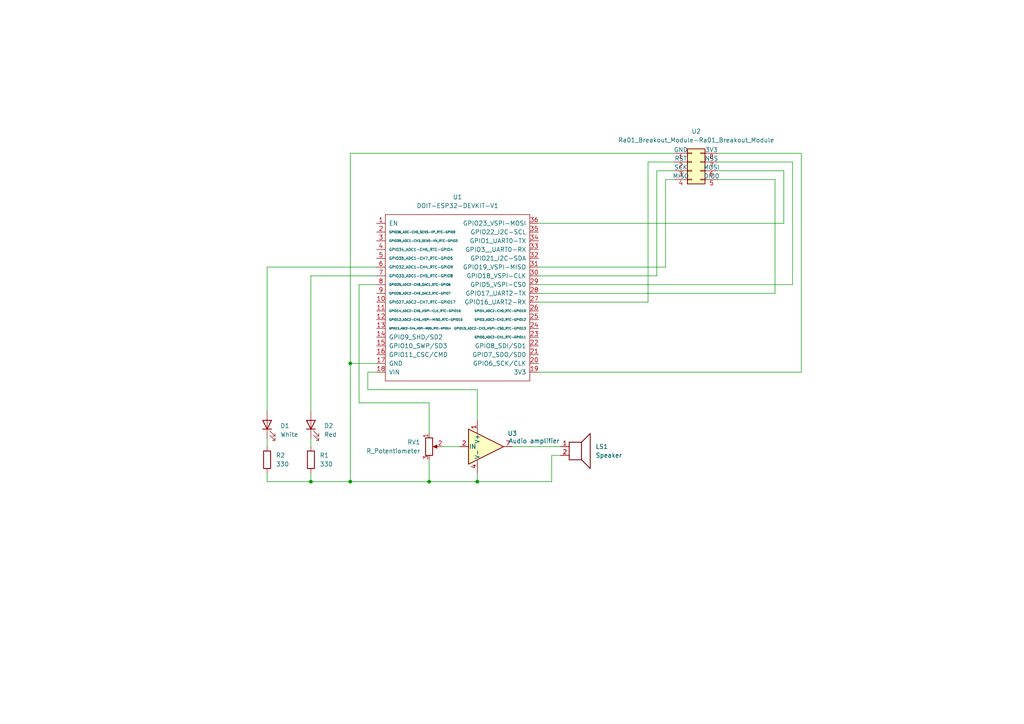
<source format=kicad_sch>
(kicad_sch (version 20230121) (generator eeschema)
  (paper "A4")
  (title_block (title "Farm Base Station Schematic") (date "2023-08-14") (company "Jotham Gates") (comment 1 "Originally made as part of a FIT3146 project.") (comment 2 "https://github.com/jgOhYeah/FarmBaseStation"))
  (lib_symbols
    (symbol "Amplifier_Buffer:EL2001CN" (pin_names (offset 0.127))
      (property "Reference" "U" (at 7.62 5.08 0))
      (property "Value" "EL2001CN" (at 7.62 2.54 0))
      (symbol "EL2001CN_0_1"
        (polyline (pts (xy 5.08 0) (xy -5.08 5.08) (xy -5.08 -5.08) (xy 5.08 0)) (stroke (width 0.254)) (fill (type background)))
      )
      (symbol "EL2001CN_1_1"
        (pin power_in line (at -2.54 7.62 270) (length 3.81) (name "V+") (number "1"))
        (pin input line (at -7.62 0 0) (length 2.54) (name "IN") (number "2"))
        (pin no_connect line (at -5.08 2.54 0) (length 2.54) hide (name "NC") (number "3"))
        (pin power_in line (at -2.54 -7.62 90) (length 3.81) (name "V-") (number "4"))
        (pin no_connect line (at -5.08 -2.54 0) (length 2.54) hide (name "NC") (number "5"))
        (pin no_connect line (at -5.08 -5.08 0) (length 2.54) hide (name "NC") (number "6"))
        (pin output line (at 7.62 0 180) (length 2.54) (name "~") (number "7"))
        (pin no_connect line (at -5.08 5.08 0) (length 2.54) hide (name "NC") (number "8"))
      )
    )
    (symbol "Device:LED" (pin_numbers hide) (pin_names (offset 1.016) hide)
      (property "Reference" "D" (at 0 2.54 0))
      (property "Value" "LED" (at 0 -2.54 0))
      (symbol "LED_0_1"
        (polyline (pts (xy -1.27 -1.27) (xy -1.27 1.27)) (stroke (width 0.254)))
        (polyline (pts (xy -1.27 0) (xy 1.27 0)))
        (polyline (pts (xy 1.27 -1.27) (xy 1.27 1.27) (xy -1.27 0) (xy 1.27 -1.27)) (stroke (width 0.254)))
        (polyline (pts (xy -3.048 -0.762) (xy -4.572 -2.286) (xy -3.81 -2.286) (xy -4.572 -2.286) (xy -4.572 -1.524)))
        (polyline (pts (xy -1.778 -0.762) (xy -3.302 -2.286) (xy -2.54 -2.286) (xy -3.302 -2.286) (xy -3.302 -1.524)))
      )
      (symbol "LED_1_1"
        (pin passive line (at -3.81 0 0) (length 2.54) (name "K") (number "1"))
        (pin passive line (at 3.81 0 180) (length 2.54) (name "A") (number "2"))
      )
    )
    (symbol "Device:R" (pin_numbers hide) (pin_names (offset 0))
      (property "Reference" "R" (at 2.032 0 90))
      (property "Value" "R" (at 0 0 90))
      (symbol "R_0_1"
        (rectangle (start -1.016 -2.54) (end 1.016 2.54) (stroke (width 0.254)))
      )
      (symbol "R_1_1"
        (pin passive line (at 0 3.81 270) (length 1.27) (name "~") (number "1"))
        (pin passive line (at 0 -3.81 90) (length 1.27) (name "~") (number "2"))
      )
    )
    (symbol "Device:R_Potentiometer" (pin_names (offset 1.016) hide)
      (property "Reference" "RV" (at -4.445 0 90))
      (property "Value" "R_Potentiometer" (at -2.54 0 90))
      (symbol "R_Potentiometer_0_1"
        (polyline (pts (xy 2.54 0) (xy 1.524 0)))
        (polyline (pts (xy 1.143 0) (xy 2.286 0.508) (xy 2.286 -0.508) (xy 1.143 0)) (fill (type outline)))
        (rectangle (start 1.016 2.54) (end -1.016 -2.54) (stroke (width 0.254)))
      )
      (symbol "R_Potentiometer_1_1"
        (pin passive line (at 0 3.81 270) (length 1.27) (name "1") (number "1"))
        (pin passive line (at 3.81 0 180) (length 1.27) (name "2") (number "2"))
        (pin passive line (at 0 -3.81 90) (length 1.27) (name "3") (number "3"))
      )
    )
    (symbol "Device:Speaker" (pin_names (offset 0) hide)
      (property "Reference" "LS" (at 1.27 5.715 0))
      (property "Value" "Speaker" (at 1.27 3.81 0))
      (symbol "Speaker_0_0"
        (rectangle (start -2.54 1.27) (end 1.016 -3.81) (stroke (width 0.254)))
        (polyline (pts (xy 1.016 1.27) (xy 3.556 3.81) (xy 3.556 -6.35) (xy 1.016 -3.81)) (stroke (width 0.254)))
      )
      (symbol "Speaker_1_1"
        (pin input line (at -5.08 0 0) (length 2.54) (name "1") (number "1"))
        (pin input line (at -5.08 -2.54 0) (length 2.54) (name "2") (number "2"))
      )
    )
    (symbol "PumpMonitorRescue:Ra01_Breakout_Module-Ra01_Breakout_Module" (pin_names (offset 0))
      (property "Reference" "U" (at 1.27 5.08 0))
      (property "Value" "Ra01_Breakout_Module-Ra01_Breakout_Module" (at 1.27 -7.62 0))
      (symbol "Ra01_Breakout_Module-Ra01_Breakout_Module_1_1"
        (rectangle (start -1.27 -4.953) (end 0 -5.207) (stroke (width 0.1524)))
        (rectangle (start -1.27 -2.413) (end 0 -2.667) (stroke (width 0.1524)))
        (rectangle (start -1.27 0.127) (end 0 -0.127) (stroke (width 0.1524)))
        (rectangle (start -1.27 2.667) (end 0 2.413) (stroke (width 0.1524)))
        (rectangle (start -1.27 3.81) (end 3.81 -6.35) (stroke (width 0.254)) (fill (type background)))
        (rectangle (start 3.81 -4.953) (end 2.54 -5.207) (stroke (width 0.1524)))
        (rectangle (start 3.81 -2.413) (end 2.54 -2.667) (stroke (width 0.1524)))
        (rectangle (start 3.81 0.127) (end 2.54 -0.127) (stroke (width 0.1524)))
        (rectangle (start 3.81 2.667) (end 2.54 2.413) (stroke (width 0.1524)))
        (pin power_in line (at -5.08 2.54 0) (length 3.81) (name "GND") (number "1"))
        (pin input line (at -5.08 0 0) (length 3.81) (name "RST") (number "2"))
        (pin input line (at -5.08 -2.54 0) (length 3.81) (name "SCK") (number "3"))
        (pin output line (at -5.08 -5.08 0) (length 3.81) (name "MISO") (number "4"))
        (pin bidirectional line (at 7.62 -5.08 180) (length 3.81) (name "DIO0") (number "5"))
        (pin input line (at 7.62 -2.54 180) (length 3.81) (name "MOSI") (number "6"))
        (pin input line (at 7.62 0 180) (length 3.81) (name "NSS") (number "7"))
        (pin power_in line (at 7.62 2.54 180) (length 3.81) (name "3V3") (number "8"))
      )
    )
    (symbol "doit-esp32-devkit-v1:DOIT-ESP32-DEVKIT-V1" (pin_names (offset 1.016))
      (property "Reference" "U" (at -1.27 11.43 0))
      (property "Value" "DOIT-ESP32-DEVKIT-V1" (at 0 13.97 0))
      (symbol "DOIT-ESP32-DEVKIT-V1_0_1"
        (rectangle (start 20.32 10.16) (end -21.59 -38.1))
      )
      (symbol "DOIT-ESP32-DEVKIT-V1_1_1"
        (pin output line (at -24.13 7.62 0) (length 2.54) (name "EN") (number "1"))
        (pin bidirectional line (at -24.13 -15.24 0) (length 2.54) (name "GPIO27_ADC2-CH7_RTC-GPIO17") (number "10"))
        (pin bidirectional line (at -24.13 -17.78 0) (length 2.54) (name "GPIO14_ADC2-CH6_HSPI-CLK_RTC-GPIO16") (number "11"))
        (pin bidirectional line (at -24.13 -20.32 0) (length 2.54) (name "GPIO12_ADC2-CH5_HSPI-MISO_RTC-GPIO15") (number "12"))
        (pin bidirectional line (at -24.13 -22.86 0) (length 2.54) (name "GPIO13_ADC2-CH4_HSPI-MOSI_RTC-GPIO14") (number "13"))
        (pin unspecified line (at -24.13 -25.4 0) (length 2.54) (name "GPIO9_SHD/SD2") (number "14"))
        (pin unspecified line (at -24.13 -27.94 0) (length 2.54) (name "GPIO10_SWP/SD3") (number "15"))
        (pin unspecified line (at -24.13 -30.48 0) (length 2.54) (name "GPIO11_CSC/CMD") (number "16"))
        (pin bidirectional line (at -24.13 -33.02 0) (length 2.54) (name "GND") (number "17"))
        (pin bidirectional line (at -24.13 -35.56 0) (length 2.54) (name "VIN") (number "18"))
        (pin output line (at 22.86 -35.56 180) (length 2.54) (name "3V3") (number "19"))
        (pin bidirectional line (at -24.13 5.08 0) (length 2.54) (name "GPIO36_ADC-CH0_SENS-VP_RTC-GPIO0") (number "2"))
        (pin unspecified line (at 22.86 -33.02 180) (length 2.54) (name "GPIO6_SCK/CLK") (number "20"))
        (pin unspecified line (at 22.86 -30.48 180) (length 2.54) (name "GPIO7_SDO/SD0") (number "21"))
        (pin unspecified line (at 22.86 -27.94 180) (length 2.54) (name "GPIO8_SDI/SD1") (number "22"))
        (pin bidirectional line (at 22.86 -25.4 180) (length 2.54) (name "GPIO0_ADC2-CH1_RTC-GPIO11") (number "23"))
        (pin bidirectional line (at 22.86 -22.86 180) (length 2.54) (name "GPIO15_ADC2-CH3_HSPI-CS0_RTC-GPIO13") (number "24"))
        (pin bidirectional line (at 22.86 -20.32 180) (length 2.54) (name "GPIO2_ADC2-CH2_RTC-GPIO12") (number "25"))
        (pin bidirectional line (at 22.86 -17.78 180) (length 2.54) (name "GPIO4_ADC2-CH0_RTC-GPIO10") (number "26"))
        (pin bidirectional line (at 22.86 -15.24 180) (length 2.54) (name "GPIO16_UART2-RX") (number "27"))
        (pin bidirectional line (at 22.86 -12.7 180) (length 2.54) (name "GPIO17_UART2-TX") (number "28"))
        (pin bidirectional line (at 22.86 -10.16 180) (length 2.54) (name "GPIO5_VSPI-CS0") (number "29"))
        (pin bidirectional line (at -24.13 2.54 0) (length 2.54) (name "GPIO39_ADC1-CH3_SENS-VN_RTC-GPIO3") (number "3"))
        (pin bidirectional line (at 22.86 -7.62 180) (length 2.54) (name "GPIO18_VSPI-CLK") (number "30"))
        (pin bidirectional line (at 22.86 -5.08 180) (length 2.54) (name "GPIO19_VSPI-MISO") (number "31"))
        (pin bidirectional line (at 22.86 -2.54 180) (length 2.54) (name "GPIO21_I2C-SDA") (number "32"))
        (pin bidirectional line (at 22.86 0 180) (length 2.54) (name "GPIO3__UART0-RX") (number "33"))
        (pin bidirectional line (at 22.86 2.54 180) (length 2.54) (name "GPIO1_UART0-TX") (number "34"))
        (pin bidirectional line (at 22.86 5.08 180) (length 2.54) (name "GPIO22_I2C-SCL") (number "35"))
        (pin bidirectional line (at 22.86 7.62 180) (length 2.54) (name "GPIO23_VSPI-MOSI") (number "36"))
        (pin bidirectional line (at -24.13 0 0) (length 2.54) (name "GPIO34_ADC1-CH6_RTC-GPIO4") (number "4"))
        (pin bidirectional line (at -24.13 -2.54 0) (length 2.54) (name "GPIO35_ADC1-CH7_RTC-GPIO5") (number "5"))
        (pin bidirectional line (at -24.13 -5.08 0) (length 2.54) (name "GPIO32_ADC1-CH4_RTC-GPIO9") (number "6"))
        (pin bidirectional line (at -24.13 -7.62 0) (length 2.54) (name "GPIO33_ADC1-CH5_RTC-GPIO8") (number "7"))
        (pin bidirectional line (at -24.13 -10.16 0) (length 2.54) (name "GPIO25_ADC2-CH8_DAC1_RTC-GPIO6") (number "8"))
        (pin bidirectional line (at -24.13 -12.7 0) (length 2.54) (name "GPIO26_ADC2-CH9_DAC2_RTC-GPIO7") (number "9"))
      )
    )
  )
  (junction (at 124.46 139.7))
  (junction (at 90.17 139.7))
  (junction (at 138.43 139.7))
  (junction (at 101.6 105.41))
  (junction (at 101.6 139.7))
  (wire (pts (xy 128.27 129.54) (xy 133.35 129.54)))
  (wire (pts (xy 77.47 77.47) (xy 109.22 77.47)))
  (wire (pts (xy 138.43 139.7) (xy 138.43 137.16)))
  (wire (pts (xy 208.28 49.53) (xy 227.33 49.53)))
  (wire (pts (xy 106.68 107.95) (xy 109.22 107.95)))
  (wire (pts (xy 195.58 46.99) (xy 187.96 46.99)))
  (wire (pts (xy 224.79 52.07) (xy 224.79 85.09)))
  (wire (pts (xy 77.47 137.16) (xy 77.47 139.7)))
  (wire (pts (xy 160.02 139.7) (xy 138.43 139.7)))
  (wire (pts (xy 77.47 119.38) (xy 77.47 77.47)))
  (wire (pts (xy 190.5 49.53) (xy 190.5 80.01)))
  (wire (pts (xy 195.58 52.07) (xy 193.04 52.07)))
  (wire (pts (xy 193.04 77.47) (xy 156.21 77.47)))
  (wire (pts (xy 208.28 52.07) (xy 224.79 52.07)))
  (wire (pts (xy 124.46 139.7) (xy 138.43 139.7)))
  (wire (pts (xy 90.17 139.7) (xy 101.6 139.7)))
  (wire (pts (xy 156.21 82.55) (xy 229.87 82.55)))
  (wire (pts (xy 104.14 82.55) (xy 109.22 82.55)))
  (wire (pts (xy 77.47 127) (xy 77.47 129.54)))
  (wire (pts (xy 90.17 127) (xy 90.17 129.54)))
  (wire (pts (xy 224.79 85.09) (xy 156.21 85.09)))
  (wire (pts (xy 106.68 113.03) (xy 138.43 113.03)))
  (wire (pts (xy 195.58 49.53) (xy 190.5 49.53)))
  (wire (pts (xy 187.96 46.99) (xy 187.96 87.63)))
  (wire (pts (xy 190.5 80.01) (xy 156.21 80.01)))
  (wire (pts (xy 162.56 132.08) (xy 160.02 132.08)))
  (wire (pts (xy 106.68 107.95) (xy 106.68 113.03)))
  (wire (pts (xy 101.6 44.45) (xy 101.6 105.41)))
  (wire (pts (xy 109.22 80.01) (xy 90.17 80.01)))
  (wire (pts (xy 90.17 80.01) (xy 90.17 119.38)))
  (wire (pts (xy 124.46 116.84) (xy 104.14 116.84)))
  (wire (pts (xy 77.47 139.7) (xy 90.17 139.7)))
  (wire (pts (xy 156.21 64.77) (xy 227.33 64.77)))
  (wire (pts (xy 124.46 133.35) (xy 124.46 139.7)))
  (wire (pts (xy 193.04 52.07) (xy 193.04 77.47)))
  (wire (pts (xy 229.87 46.99) (xy 208.28 46.99)))
  (wire (pts (xy 101.6 44.45) (xy 195.58 44.45)))
  (wire (pts (xy 101.6 139.7) (xy 101.6 105.41)))
  (wire (pts (xy 229.87 82.55) (xy 229.87 46.99)))
  (wire (pts (xy 138.43 113.03) (xy 138.43 121.92)))
  (wire (pts (xy 156.21 107.95) (xy 232.41 107.95)))
  (wire (pts (xy 124.46 139.7) (xy 101.6 139.7)))
  (wire (pts (xy 104.14 116.84) (xy 104.14 82.55)))
  (wire (pts (xy 90.17 137.16) (xy 90.17 139.7)))
  (wire (pts (xy 227.33 49.53) (xy 227.33 64.77)))
  (wire (pts (xy 187.96 87.63) (xy 156.21 87.63)))
  (wire (pts (xy 148.59 129.54) (xy 162.56 129.54)))
  (wire (pts (xy 232.41 44.45) (xy 208.28 44.45)))
  (wire (pts (xy 101.6 105.41) (xy 109.22 105.41)))
  (wire (pts (xy 124.46 125.73) (xy 124.46 116.84)))
  (wire (pts (xy 232.41 107.95) (xy 232.41 44.45)))
  (wire (pts (xy 160.02 132.08) (xy 160.02 139.7)))
  (symbol (lib_id "Device:LED") (at 77.47 123.19 90) (unit 1)
    (property "Reference" "D1" (at 81.28 123.5075 90) (effects (justify right)))
    (property "Value" "White" (at 81.28 126.0475 90) (effects (justify right)))
  )
  (symbol (lib_id "Device:R") (at 90.17 133.35 180) (unit 1)
    (property "Reference" "R1" (at 92.71 132.08 0) (effects (justify right)))
    (property "Value" "330" (at 92.71 134.62 0) (effects (justify right)))
  )
  (symbol (lib_id "Device:LED") (at 90.17 123.19 90) (unit 1)
    (property "Reference" "D2" (at 93.98 123.5075 90) (effects (justify right)))
    (property "Value" "Red" (at 93.98 126.0475 90) (effects (justify right)))
  )
  (symbol (lib_id "Device:Speaker") (at 167.64 129.54 0) (unit 1)
    (property "Reference" "LS1" (at 172.72 129.54 0) (effects (justify left)))
    (property "Value" "Speaker" (at 172.72 132.08 0) (effects (justify left)))
  )
  (symbol (lib_id "Amplifier_Buffer:EL2001CN") (at 140.97 129.54 0) (unit 1)
    (property "Reference" "U3" (at 148.59 125.73 0))
    (property "Value" "Audio amplifier" (at 154.94 127.8891 0))
    (property "Footprint" "Package_DIP:DIP-8_W7.62mm" (effects hide))
    (property "Datasheet" "http://www.datasheetlib.com/datasheet/677973/el2001_intersil.html#datasheet" (effects hide))
  )
  (symbol (lib_id "PumpMonitorRescue:Ra01_Breakout_Module-Ra01_Breakout_Module") (at 200.66 46.99 0) (unit 1)
    (property "Reference" "U2" (at 201.93 38.1 0))
    (property "Value" "Ra01_Breakout_Module-Ra01_Breakout_Module" (at 201.93 40.64 0))
  )
  (symbol (lib_id "Device:R_Potentiometer") (at 124.46 129.54 0) (unit 1)
    (property "Reference" "RV1" (at 121.92 128.27 0) (effects (justify right)))
    (property "Value" "R_Potentiometer" (at 121.92 130.81 0) (effects (justify right)))
  )
  (symbol (lib_id "doit-esp32-devkit-v1:DOIT-ESP32-DEVKIT-V1") (at 133.35 72.39 0) (unit 1)
    (property "Reference" "U1" (at 132.715 57.15 0))
    (property "Value" "DOIT-ESP32-DEVKIT-V1" (at 132.715 59.69 0))
  )
  (symbol (lib_id "Device:R") (at 77.47 133.35 180) (unit 1)
    (property "Reference" "R2" (at 80.01 132.08 0) (effects (justify right)))
    (property "Value" "330" (at 80.01 134.62 0) (effects (justify right)))
  )
)
</source>
